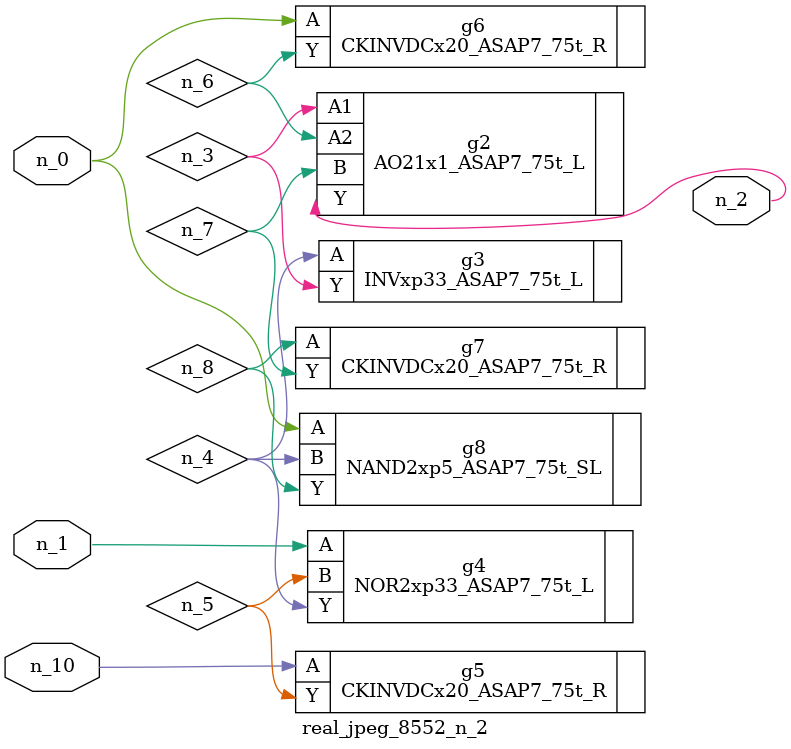
<source format=v>
module real_jpeg_8552_n_2 (n_1, n_10, n_0, n_2);

input n_1;
input n_10;
input n_0;

output n_2;

wire n_5;
wire n_4;
wire n_8;
wire n_6;
wire n_7;
wire n_3;

CKINVDCx20_ASAP7_75t_R g6 ( 
.A(n_0),
.Y(n_6)
);

NAND2xp5_ASAP7_75t_SL g8 ( 
.A(n_0),
.B(n_4),
.Y(n_8)
);

NOR2xp33_ASAP7_75t_L g4 ( 
.A(n_1),
.B(n_5),
.Y(n_4)
);

AO21x1_ASAP7_75t_L g2 ( 
.A1(n_3),
.A2(n_6),
.B(n_7),
.Y(n_2)
);

INVxp33_ASAP7_75t_L g3 ( 
.A(n_4),
.Y(n_3)
);

CKINVDCx20_ASAP7_75t_R g7 ( 
.A(n_8),
.Y(n_7)
);

CKINVDCx20_ASAP7_75t_R g5 ( 
.A(n_10),
.Y(n_5)
);


endmodule
</source>
